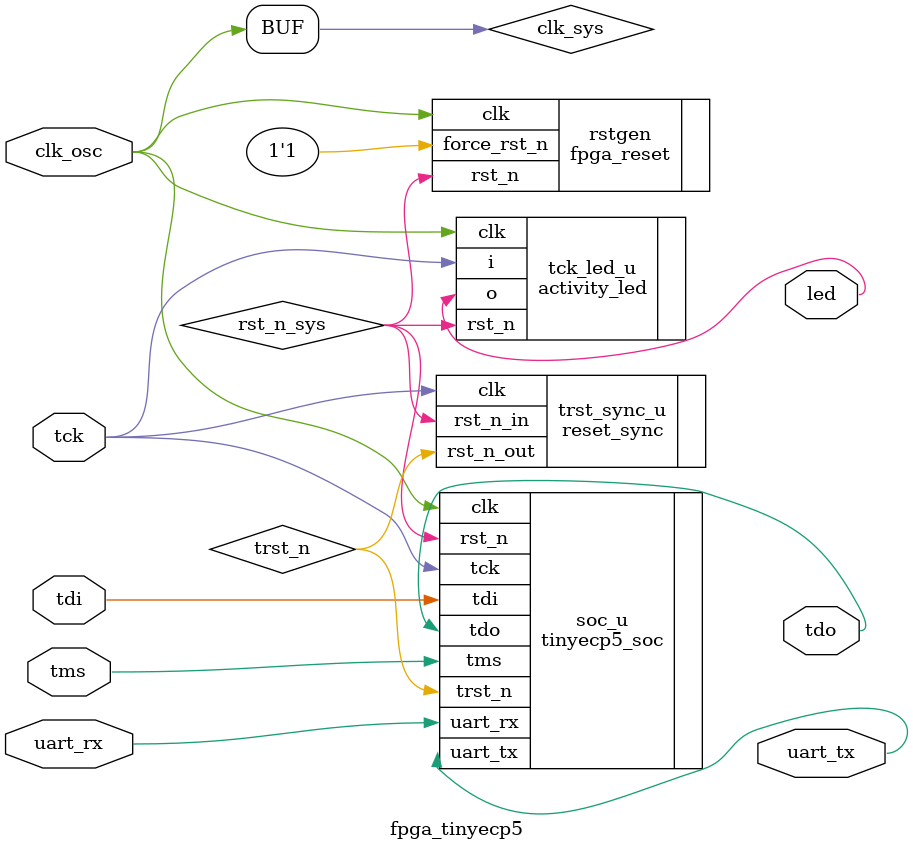
<source format=v>
/*****************************************************************************\
|                        Copyright (C) 2021 Luke Wren                         |
|                     SPDX-License-Identifier: Apache-2.0                     |
\*****************************************************************************/

`default_nettype none

module fpga_tinyecp5 (
	input wire        clk_osc,

	// No external trst_n as iCEBreaker can't easily drive it from FTDI, so we
	// generate a pulse internally from FPGA PoR.
	input  wire       tck,
	input  wire       tms,
	input  wire       tdi,
	output wire       tdo,

	output wire       led,

	output wire       uart_tx,
	input  wire       uart_rx
);

wire clk_sys = clk_osc;
wire rst_n_sys;
wire trst_n;

fpga_reset #(
	.SHIFT (3)
) rstgen (
	.clk         (clk_sys),
	.force_rst_n (1'b1),
	.rst_n       (rst_n_sys)
);

reset_sync trst_sync_u (
	.clk       (tck),
	.rst_n_in  (rst_n_sys),
	.rst_n_out (trst_n)
);

activity_led #(
	.WIDTH (1 << 8),
	.ACTIVE_LEVEL (1'b0)
) tck_led_u (
	.clk   (clk_sys),
	.rst_n (rst_n_sys),
	.i     (tck),
	.o     (led)
);

tinyecp5_soc #(
	.DTM_TYPE            ("JTAG"),
	.CLK_MHZ             (24),
	.SRAM_DEPTH          (1 << 14),

	.EXTENSION_A         (1),
	.EXTENSION_C         (1),
	.EXTENSION_M         (1),
	.EXTENSION_ZBA       (0),
	.EXTENSION_ZBB       (0),
	.EXTENSION_ZBC       (0),
	.EXTENSION_ZBS       (0),
	.EXTENSION_ZBKB      (0),
	.EXTENSION_ZIFENCEI  (1),
	.EXTENSION_XH3BEXTM  (0),
	.EXTENSION_XH3IRQ    (1),
	.EXTENSION_XH3PMPM   (0),
	.EXTENSION_XH3POWER  (0),
	.CSR_COUNTER         (1),
	.U_MODE              (0),
	.PMP_REGIONS         (0),
	.BREAKPOINT_TRIGGERS (4),
	.IRQ_PRIORITY_BITS   (2),
	.REDUCED_BYPASS      (0),
	.MULDIV_UNROLL       (2),
	.MUL_FAST            (1),
	.MUL_FASTER          (1),
	.MULH_FAST           (1),
	.FAST_BRANCHCMP      (1),
	.BRANCH_PREDICTOR    (1)
) soc_u (
	.clk            (clk_sys),
	.rst_n          (rst_n_sys),

	.tck            (tck),
	.trst_n         (trst_n),
	.tms            (tms),
	.tdi            (tdi),
	.tdo            (tdo),

	.uart_tx        (uart_tx),
	.uart_rx        (uart_rx)
);

endmodule

</source>
